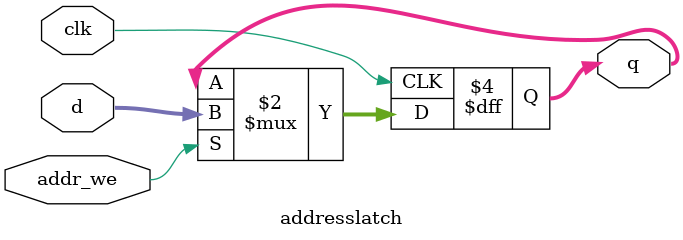
<source format=v>
module addresslatch
//d latch module 
(
	input clk,
	input [7:0] d,
	input addr_we,
	output reg [7:0] q
);

	always @(posedge clk) begin   //update on every clock edge
		if (addr_we)
			q<=d;
	end
endmodule
</source>
